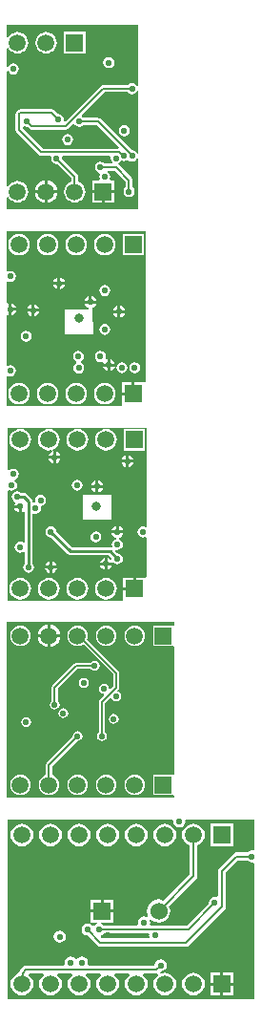
<source format=gbr>
%TF.GenerationSoftware,Altium Limited,Altium Designer,22.6.1 (34)*%
G04 Layer_Physical_Order=3*
G04 Layer_Color=16440176*
%FSLAX45Y45*%
%MOMM*%
%TF.SameCoordinates,41C29604-6FBD-4392-AD62-CF0DA8D1722B*%
%TF.FilePolarity,Positive*%
%TF.FileFunction,Copper,L3,Inr,Signal*%
%TF.Part,CustomerPanel*%
G01*
G75*
%TA.AperFunction,Conductor*%
%ADD14C,0.25400*%
%ADD19C,0.20320*%
%TA.AperFunction,ComponentPad*%
%ADD25R,1.50000X1.50000*%
%ADD26C,1.50000*%
%ADD27C,0.80000*%
%TA.AperFunction,ViaPad*%
%ADD28C,0.55880*%
%ADD29C,0.63500*%
%TA.AperFunction,ComponentPad*%
%ADD30C,1.52400*%
%ADD31R,1.52400X1.52400*%
G36*
X1035886Y7958241D02*
X1024139Y7955040D01*
X1023186Y7955230D01*
X1012853Y7970693D01*
X996890Y7981360D01*
X978060Y7985105D01*
X959230Y7981360D01*
X943267Y7970693D01*
X940783Y7966977D01*
X723266D01*
X711373Y7964612D01*
X701291Y7957875D01*
X387022Y7643605D01*
X380678Y7644402D01*
X371173Y7657806D01*
X372265Y7663300D01*
X368520Y7682130D01*
X357853Y7698093D01*
X341890Y7708760D01*
X323060Y7712505D01*
X318676Y7711633D01*
X286735Y7743575D01*
X276653Y7750312D01*
X264760Y7752677D01*
X-13497D01*
X-25390Y7750312D01*
X-35472Y7743575D01*
X-47375Y7731672D01*
X-54112Y7721590D01*
X-56477Y7709697D01*
Y7570034D01*
X-54112Y7558141D01*
X-47375Y7548059D01*
X149509Y7351175D01*
X159591Y7344438D01*
X171484Y7342073D01*
X252738D01*
X261915Y7329373D01*
X259674Y7318110D01*
X263420Y7299280D01*
X274086Y7283317D01*
X290050Y7272650D01*
X308880Y7268905D01*
X313264Y7269777D01*
X438823Y7144218D01*
Y7113401D01*
X421829Y7106362D01*
X401917Y7091083D01*
X386638Y7071171D01*
X377034Y7047983D01*
X373758Y7023100D01*
X377034Y6998217D01*
X386638Y6975029D01*
X401917Y6955117D01*
X421829Y6939838D01*
X445017Y6930234D01*
X469900Y6926958D01*
X494783Y6930234D01*
X517971Y6939838D01*
X537883Y6955117D01*
X553162Y6975029D01*
X562766Y6998217D01*
X566042Y7023100D01*
X562766Y7047983D01*
X553162Y7071171D01*
X537883Y7091083D01*
X517971Y7106362D01*
X500977Y7113401D01*
Y7157090D01*
X498612Y7168983D01*
X491875Y7179065D01*
X357213Y7313727D01*
X358085Y7318110D01*
X355845Y7329373D01*
X365022Y7342073D01*
X780237D01*
X790212Y7329373D01*
X788310Y7319810D01*
X792055Y7300980D01*
X802722Y7285017D01*
X806073Y7282777D01*
X802221Y7270077D01*
X735777D01*
X733293Y7273793D01*
X717330Y7284460D01*
X698500Y7288205D01*
X679670Y7284460D01*
X663707Y7273793D01*
X653040Y7257830D01*
X649295Y7239000D01*
X653040Y7220170D01*
X663707Y7204207D01*
X679670Y7193540D01*
X689411Y7191603D01*
X695256Y7177491D01*
X691140Y7171331D01*
X687395Y7152501D01*
X690637Y7136200D01*
X683825Y7123500D01*
X623500D01*
Y7035800D01*
X723900D01*
X824300D01*
Y7123500D01*
X789375D01*
X782563Y7136200D01*
X785805Y7152501D01*
X782060Y7171331D01*
X771393Y7187295D01*
X759528Y7195223D01*
X763381Y7207923D01*
X824643D01*
X921423Y7111143D01*
Y7060377D01*
X917707Y7057893D01*
X907040Y7041930D01*
X903295Y7023100D01*
X907040Y7004270D01*
X917707Y6988307D01*
X933670Y6977640D01*
X952500Y6973895D01*
X971330Y6977640D01*
X987293Y6988307D01*
X997960Y7004270D01*
X1001705Y7023100D01*
X997960Y7041930D01*
X987293Y7057893D01*
X983577Y7060377D01*
Y7124015D01*
X981212Y7135908D01*
X974475Y7145990D01*
X859490Y7260975D01*
X858277Y7261786D01*
X857659Y7265804D01*
X859339Y7276350D01*
X872309Y7285017D01*
X881768Y7299174D01*
X888112Y7294935D01*
X906942Y7291190D01*
X925772Y7294935D01*
X931974Y7299079D01*
X943267Y7305038D01*
X959230Y7294372D01*
X978060Y7290627D01*
X996890Y7294372D01*
X1012853Y7305038D01*
X1023186Y7320502D01*
X1024139Y7320691D01*
X1035886Y7317491D01*
Y6863514D01*
X-134186D01*
Y6972802D01*
X-121486Y6975329D01*
X-121362Y6975029D01*
X-106083Y6955117D01*
X-86171Y6939838D01*
X-62983Y6930234D01*
X-38100Y6926958D01*
X-13217Y6930234D01*
X9971Y6939838D01*
X29883Y6955117D01*
X45162Y6975029D01*
X54766Y6998217D01*
X58042Y7023100D01*
X54766Y7047983D01*
X45162Y7071171D01*
X29883Y7091083D01*
X9971Y7106362D01*
X-13217Y7115966D01*
X-38100Y7119242D01*
X-62983Y7115966D01*
X-86171Y7106362D01*
X-106083Y7091083D01*
X-121362Y7071171D01*
X-121486Y7070871D01*
X-134186Y7073398D01*
Y8089496D01*
X-121660Y8091622D01*
X-110993Y8075659D01*
X-95030Y8064992D01*
X-76200Y8061247D01*
X-57370Y8064992D01*
X-41407Y8075659D01*
X-30740Y8091622D01*
X-26995Y8110452D01*
X-30740Y8129282D01*
X-41407Y8145246D01*
X-57370Y8155912D01*
X-76200Y8159658D01*
X-95030Y8155912D01*
X-110993Y8145246D01*
X-121660Y8129282D01*
X-134186Y8131408D01*
Y8293602D01*
X-121486Y8296129D01*
X-121362Y8295829D01*
X-106083Y8275917D01*
X-86171Y8260638D01*
X-62983Y8251034D01*
X-38100Y8247758D01*
X-13217Y8251034D01*
X9971Y8260638D01*
X29883Y8275917D01*
X45162Y8295829D01*
X54766Y8319017D01*
X58042Y8343900D01*
X54766Y8368783D01*
X45162Y8391971D01*
X29883Y8411883D01*
X9971Y8427162D01*
X-13217Y8436766D01*
X-38100Y8440042D01*
X-62983Y8436766D01*
X-86171Y8427162D01*
X-106083Y8411883D01*
X-121362Y8391971D01*
X-121486Y8391671D01*
X-134186Y8394198D01*
Y8503486D01*
X1035886D01*
Y7958241D01*
D02*
G37*
G36*
Y7913559D02*
Y7362173D01*
X1024139Y7358972D01*
X1023186Y7359162D01*
X1012853Y7374625D01*
X996890Y7385292D01*
X978060Y7389037D01*
X977746Y7388975D01*
X699446Y7667275D01*
X689364Y7674012D01*
X677471Y7676377D01*
X547817D01*
X545333Y7680093D01*
X535764Y7686488D01*
X533264Y7701949D01*
X736139Y7904823D01*
X940783D01*
X943267Y7901107D01*
X959230Y7890440D01*
X978060Y7886695D01*
X996890Y7890440D01*
X1012853Y7901107D01*
X1023186Y7916570D01*
X1024139Y7916760D01*
X1035886Y7913559D01*
D02*
G37*
G36*
X469352Y7620076D02*
X475747Y7610506D01*
X491710Y7599840D01*
X510540Y7596095D01*
X529370Y7599840D01*
X545333Y7610506D01*
X547817Y7614223D01*
X664599D01*
X861894Y7416927D01*
X856634Y7404227D01*
X184357D01*
X5677Y7582906D01*
Y7598058D01*
X18377Y7604847D01*
X25870Y7599840D01*
X44700Y7596095D01*
X50367Y7597222D01*
X64804Y7582785D01*
X74886Y7576048D01*
X86778Y7573683D01*
X392126D01*
X404019Y7576048D01*
X414101Y7582785D01*
X453891Y7622576D01*
X469352Y7620076D01*
D02*
G37*
G36*
X1099386Y5342026D02*
X1091000Y5332800D01*
X1086686Y5332800D01*
X1003300D01*
Y5232400D01*
X990600D01*
Y5219700D01*
X890200D01*
Y5136314D01*
X890200Y5132000D01*
X880974Y5123614D01*
X-134186D01*
Y5384690D01*
X-122985Y5390677D01*
X-120430Y5388970D01*
X-101600Y5385224D01*
X-82770Y5388970D01*
X-66807Y5399636D01*
X-56140Y5415600D01*
X-52395Y5434430D01*
X-56140Y5453260D01*
X-66807Y5469223D01*
X-82770Y5479889D01*
X-101600Y5483635D01*
X-120430Y5479889D01*
X-122985Y5478182D01*
X-134186Y5484169D01*
Y5923141D01*
X-121486Y5929832D01*
X-115645Y5928671D01*
Y5980530D01*
Y6032388D01*
X-121486Y6031227D01*
X-134186Y6037918D01*
Y6220865D01*
X-122985Y6226852D01*
X-120430Y6225145D01*
X-101600Y6221399D01*
X-82770Y6225145D01*
X-66807Y6235811D01*
X-56140Y6251775D01*
X-52395Y6270605D01*
X-56140Y6289435D01*
X-66807Y6305398D01*
X-82770Y6316065D01*
X-101600Y6319810D01*
X-120430Y6316065D01*
X-122985Y6314357D01*
X-134186Y6320344D01*
Y6674686D01*
X1099386D01*
Y5342026D01*
D02*
G37*
G36*
X1109424Y4057104D02*
X1098223Y4051117D01*
X1095668Y4052824D01*
X1076838Y4056570D01*
X1058008Y4052824D01*
X1042045Y4042158D01*
X1031378Y4026194D01*
X1027633Y4007364D01*
X1031378Y3988534D01*
X1042045Y3972571D01*
X1058008Y3961904D01*
X1076838Y3958159D01*
X1095668Y3961904D01*
X1098223Y3963612D01*
X1109424Y3957625D01*
Y3612165D01*
X1101038Y3602939D01*
X1096724Y3602939D01*
X1013338D01*
Y3502539D01*
X1000638D01*
Y3489839D01*
X900238D01*
Y3406453D01*
X900238Y3402139D01*
X891012Y3393753D01*
X-124148D01*
Y4369701D01*
X-112947Y4375687D01*
X-110392Y4373980D01*
X-91562Y4370235D01*
X-72732Y4373980D01*
X-56769Y4384647D01*
X-46103Y4400610D01*
X-42357Y4419440D01*
X-46103Y4438270D01*
X-56769Y4454234D01*
X-64016Y4459076D01*
X-61334Y4472558D01*
X-59229Y4472977D01*
X-43266Y4483644D01*
X-32599Y4499607D01*
X-28854Y4518437D01*
X-32599Y4537267D01*
X-43266Y4553231D01*
X-59229Y4563897D01*
X-78059Y4567643D01*
X-96889Y4563897D01*
X-111448Y4554169D01*
X-117685Y4555779D01*
X-124148Y4559186D01*
Y4932125D01*
X1109424D01*
Y4057104D01*
D02*
G37*
G36*
X1358565Y3180382D02*
X1347540Y3176340D01*
X1345865Y3176340D01*
X1167060D01*
Y2995860D01*
X1345865D01*
X1347540Y2995860D01*
X1358565Y2991818D01*
Y1859582D01*
X1347540Y1855540D01*
X1345865Y1855540D01*
X1167060D01*
Y1675060D01*
X1345865D01*
X1347540Y1675060D01*
X1358565Y1671018D01*
Y1651335D01*
X-139365D01*
Y3212765D01*
X1358565Y3212765D01*
Y3180382D01*
D02*
G37*
G36*
X2069353Y1192091D02*
X2056653Y1182308D01*
X2044700Y1184686D01*
X2023888Y1180546D01*
X2006244Y1168757D01*
X2004775Y1166558D01*
X1905001D01*
X1905000Y1166558D01*
X1891125Y1163798D01*
X1879363Y1155939D01*
X1879362Y1155938D01*
X1752363Y1028939D01*
X1744503Y1017176D01*
X1741743Y1003301D01*
X1741743Y1003300D01*
Y777611D01*
X1729043Y769043D01*
X1714500Y771936D01*
X1693688Y767796D01*
X1676044Y756007D01*
X1664255Y738363D01*
X1660115Y717551D01*
X1660631Y714957D01*
X1464532Y518858D01*
X1144640D01*
X1136072Y531558D01*
X1138965Y546101D01*
X1135203Y565012D01*
X1139707Y569712D01*
X1145564Y573070D01*
X1163962Y558953D01*
X1188677Y548716D01*
X1215200Y545224D01*
X1241723Y548716D01*
X1266438Y558953D01*
X1287662Y575239D01*
X1303948Y596463D01*
X1314185Y621178D01*
X1317677Y647701D01*
X1314185Y674224D01*
X1307980Y689206D01*
X1549637Y930863D01*
X1549637Y930864D01*
X1557497Y942626D01*
X1560257Y956501D01*
Y1227147D01*
X1574633Y1233102D01*
X1595606Y1249195D01*
X1611699Y1270168D01*
X1621816Y1294591D01*
X1625266Y1320801D01*
X1621816Y1347011D01*
X1611699Y1371434D01*
X1595606Y1392407D01*
X1574633Y1408500D01*
X1550210Y1418617D01*
X1524000Y1422067D01*
X1497790Y1418617D01*
X1473367Y1408500D01*
X1452394Y1392407D01*
X1436301Y1371434D01*
X1426184Y1347011D01*
X1422734Y1320801D01*
X1426184Y1294591D01*
X1436301Y1270168D01*
X1452394Y1249195D01*
X1473367Y1233102D01*
X1487743Y1227147D01*
Y971519D01*
X1256705Y740481D01*
X1241723Y746686D01*
X1215200Y750178D01*
X1188677Y746686D01*
X1163962Y736449D01*
X1142738Y720163D01*
X1126452Y698939D01*
X1116215Y674224D01*
X1112723Y647701D01*
X1116215Y621178D01*
X1121294Y608916D01*
X1114073Y593162D01*
X1111467Y592287D01*
X1105392Y596346D01*
X1084580Y600486D01*
X1063768Y596346D01*
X1046124Y584557D01*
X1034335Y566913D01*
X1030195Y546101D01*
X1033088Y531558D01*
X1024520Y518858D01*
X725725D01*
X724256Y521057D01*
X706612Y532846D01*
X703824Y533401D01*
X705074Y546101D01*
X816800D01*
Y635001D01*
X613600D01*
Y546101D01*
X666526D01*
X667776Y533401D01*
X664988Y532846D01*
X647344Y521057D01*
X642637Y514013D01*
X627363D01*
X622656Y521057D01*
X605012Y532846D01*
X584200Y536986D01*
X563388Y532846D01*
X545744Y521057D01*
X533955Y503413D01*
X529815Y482601D01*
X533955Y461789D01*
X545744Y444145D01*
X563388Y432356D01*
X584200Y428216D01*
X586794Y428732D01*
X672862Y342664D01*
X672863Y342664D01*
X684625Y334804D01*
X698500Y332044D01*
X698501Y332044D01*
X1460499D01*
X1460500Y332044D01*
X1474375Y334804D01*
X1486137Y342664D01*
X1803637Y660164D01*
X1811497Y671926D01*
X1814257Y685801D01*
X1814257Y685802D01*
Y988283D01*
X1920018Y1094044D01*
X2004775D01*
X2006244Y1091845D01*
X2023888Y1080056D01*
X2044700Y1075916D01*
X2056653Y1078294D01*
X2069353Y1068511D01*
Y-138952D01*
X-126253Y-138953D01*
Y1459754D01*
X1338021Y1459755D01*
X1346078Y1449937D01*
X1344643Y1442721D01*
X1348783Y1421909D01*
X1360572Y1404265D01*
X1378216Y1392475D01*
X1399028Y1388336D01*
X1419840Y1392475D01*
X1437484Y1404265D01*
X1449273Y1421909D01*
X1453413Y1442721D01*
X1451978Y1449937D01*
X1460034Y1459755D01*
X2069353D01*
Y1192091D01*
D02*
G37*
G36*
X1130700Y436527D02*
X1129255Y429261D01*
X1131643Y417258D01*
X1121883Y404558D01*
X713518D01*
X698712Y419364D01*
X702398Y431518D01*
X706612Y432356D01*
X724256Y444145D01*
X725725Y446344D01*
X1122643D01*
X1130700Y436527D01*
D02*
G37*
%LPC*%
G36*
X565220Y8439220D02*
X374580D01*
Y8248580D01*
X565220D01*
Y8439220D01*
D02*
G37*
G36*
X215900Y8440042D02*
X191017Y8436766D01*
X167829Y8427162D01*
X147917Y8411883D01*
X132638Y8391971D01*
X123034Y8368783D01*
X119758Y8343900D01*
X123034Y8319017D01*
X132638Y8295829D01*
X147917Y8275917D01*
X167829Y8260638D01*
X191017Y8251034D01*
X215900Y8247758D01*
X240783Y8251034D01*
X263971Y8260638D01*
X283883Y8275917D01*
X299162Y8295829D01*
X308766Y8319017D01*
X312042Y8343900D01*
X308766Y8368783D01*
X299162Y8391971D01*
X283883Y8411883D01*
X263971Y8427162D01*
X240783Y8436766D01*
X215900Y8440042D01*
D02*
G37*
G36*
X773100Y8215305D02*
X754270Y8211560D01*
X738307Y8200893D01*
X727640Y8184930D01*
X723895Y8166100D01*
X727640Y8147270D01*
X738307Y8131307D01*
X754270Y8120640D01*
X773100Y8116895D01*
X791930Y8120640D01*
X807893Y8131307D01*
X818560Y8147270D01*
X822305Y8166100D01*
X818560Y8184930D01*
X807893Y8200893D01*
X791930Y8211560D01*
X773100Y8215305D01*
D02*
G37*
G36*
X228600Y7122694D02*
Y7035800D01*
X315494D01*
X313716Y7049310D01*
X303599Y7073733D01*
X287506Y7094706D01*
X266533Y7110799D01*
X242110Y7120916D01*
X228600Y7122694D01*
D02*
G37*
G36*
X203200D02*
X189690Y7120916D01*
X165267Y7110799D01*
X144294Y7094706D01*
X128201Y7073733D01*
X118084Y7049310D01*
X116306Y7035800D01*
X203200D01*
Y7122694D01*
D02*
G37*
G36*
X315494Y7010400D02*
X228600D01*
Y6923506D01*
X242110Y6925284D01*
X266533Y6935401D01*
X287506Y6951494D01*
X303599Y6972467D01*
X313716Y6996890D01*
X315494Y7010400D01*
D02*
G37*
G36*
X203200D02*
X116306D01*
X118084Y6996890D01*
X128201Y6972467D01*
X144294Y6951494D01*
X165267Y6935401D01*
X189690Y6925284D01*
X203200Y6923506D01*
Y7010400D01*
D02*
G37*
G36*
X824300D02*
X736600D01*
Y6922700D01*
X824300D01*
Y7010400D01*
D02*
G37*
G36*
X711200D02*
X623500D01*
Y6922700D01*
X711200D01*
Y7010400D01*
D02*
G37*
G36*
X909292Y7612195D02*
X890462Y7608450D01*
X874498Y7597783D01*
X863832Y7581820D01*
X860086Y7562990D01*
X863832Y7544160D01*
X874498Y7528197D01*
X890462Y7517530D01*
X909292Y7513785D01*
X928122Y7517530D01*
X944085Y7528197D01*
X954751Y7544160D01*
X958497Y7562990D01*
X954751Y7581820D01*
X944085Y7597783D01*
X928122Y7608450D01*
X909292Y7612195D01*
D02*
G37*
G36*
X405896Y7532877D02*
X387066Y7529132D01*
X371102Y7518466D01*
X360436Y7502502D01*
X356690Y7483672D01*
X360436Y7464842D01*
X371102Y7448879D01*
X387066Y7438212D01*
X405896Y7434467D01*
X424726Y7438212D01*
X440689Y7448879D01*
X451355Y7464842D01*
X455101Y7483672D01*
X451355Y7502502D01*
X440689Y7518466D01*
X424726Y7529132D01*
X405896Y7532877D01*
D02*
G37*
G36*
X1085920Y6648520D02*
X895280D01*
Y6457880D01*
X1085920D01*
Y6648520D01*
D02*
G37*
G36*
X736600Y6649342D02*
X711717Y6646066D01*
X688529Y6636462D01*
X668617Y6621183D01*
X653338Y6601271D01*
X643734Y6578083D01*
X640458Y6553200D01*
X643734Y6528317D01*
X653338Y6505129D01*
X668617Y6485217D01*
X688529Y6469938D01*
X711717Y6460334D01*
X736600Y6457058D01*
X761483Y6460334D01*
X784671Y6469938D01*
X804583Y6485217D01*
X819862Y6505129D01*
X829466Y6528317D01*
X832742Y6553200D01*
X829466Y6578083D01*
X819862Y6601271D01*
X804583Y6621183D01*
X784671Y6636462D01*
X761483Y6646066D01*
X736600Y6649342D01*
D02*
G37*
G36*
X482600D02*
X457717Y6646066D01*
X434529Y6636462D01*
X414617Y6621183D01*
X399338Y6601271D01*
X389734Y6578083D01*
X386458Y6553200D01*
X389734Y6528317D01*
X399338Y6505129D01*
X414617Y6485217D01*
X434529Y6469938D01*
X457717Y6460334D01*
X482600Y6457058D01*
X507483Y6460334D01*
X530671Y6469938D01*
X550583Y6485217D01*
X565862Y6505129D01*
X575466Y6528317D01*
X578742Y6553200D01*
X575466Y6578083D01*
X565862Y6601271D01*
X550583Y6621183D01*
X530671Y6636462D01*
X507483Y6646066D01*
X482600Y6649342D01*
D02*
G37*
G36*
X228600D02*
X203717Y6646066D01*
X180529Y6636462D01*
X160617Y6621183D01*
X145338Y6601271D01*
X135734Y6578083D01*
X132458Y6553200D01*
X135734Y6528317D01*
X145338Y6505129D01*
X160617Y6485217D01*
X180529Y6469938D01*
X203717Y6460334D01*
X228600Y6457058D01*
X253483Y6460334D01*
X276671Y6469938D01*
X296583Y6485217D01*
X311862Y6505129D01*
X321466Y6528317D01*
X324742Y6553200D01*
X321466Y6578083D01*
X311862Y6601271D01*
X296583Y6621183D01*
X276671Y6636462D01*
X253483Y6646066D01*
X228600Y6649342D01*
D02*
G37*
G36*
X-25400D02*
X-50283Y6646066D01*
X-73471Y6636462D01*
X-93383Y6621183D01*
X-108662Y6601271D01*
X-118266Y6578083D01*
X-121542Y6553200D01*
X-118266Y6528317D01*
X-108662Y6505129D01*
X-93383Y6485217D01*
X-73471Y6469938D01*
X-50283Y6460334D01*
X-25400Y6457058D01*
X-517Y6460334D01*
X22671Y6469938D01*
X42583Y6485217D01*
X57862Y6505129D01*
X67466Y6528317D01*
X70742Y6553200D01*
X67466Y6578083D01*
X57862Y6601271D01*
X42583Y6621183D01*
X22671Y6636462D01*
X-517Y6646066D01*
X-25400Y6649342D01*
D02*
G37*
G36*
X342900Y6262159D02*
Y6223000D01*
X382059D01*
X380445Y6231112D01*
X368656Y6248756D01*
X351012Y6260545D01*
X342900Y6262159D01*
D02*
G37*
G36*
X317500D02*
X309388Y6260545D01*
X291744Y6248756D01*
X279955Y6231112D01*
X278341Y6223000D01*
X317500D01*
Y6262159D01*
D02*
G37*
G36*
X382059Y6197600D02*
X342900D01*
Y6158441D01*
X351012Y6160055D01*
X368656Y6171844D01*
X380445Y6189488D01*
X382059Y6197600D01*
D02*
G37*
G36*
X317500D02*
X278341D01*
X279955Y6189488D01*
X291744Y6171844D01*
X309388Y6160055D01*
X317500Y6158441D01*
Y6197600D01*
D02*
G37*
G36*
X736600Y6194405D02*
X717770Y6190660D01*
X701807Y6179993D01*
X691140Y6164030D01*
X687395Y6145200D01*
X691140Y6126370D01*
X701807Y6110406D01*
X717770Y6099740D01*
X736600Y6095994D01*
X755430Y6099740D01*
X771393Y6110406D01*
X782060Y6126370D01*
X785805Y6145200D01*
X782060Y6164030D01*
X771393Y6179993D01*
X755430Y6190660D01*
X736600Y6194405D01*
D02*
G37*
G36*
X622300Y6097059D02*
Y6057900D01*
X661459D01*
X659845Y6066012D01*
X648056Y6083656D01*
X630412Y6095445D01*
X622300Y6097059D01*
D02*
G37*
G36*
X596900D02*
X588788Y6095445D01*
X571144Y6083656D01*
X559355Y6066012D01*
X557741Y6057900D01*
X596900D01*
Y6097059D01*
D02*
G37*
G36*
X-90245Y6032388D02*
Y5993230D01*
X-51086D01*
X-52700Y6001342D01*
X-64489Y6018985D01*
X-82133Y6030775D01*
X-90245Y6032388D01*
D02*
G37*
G36*
X113272Y6023813D02*
Y5984654D01*
X152430D01*
X150817Y5992766D01*
X139027Y6010410D01*
X121384Y6022199D01*
X113272Y6023813D01*
D02*
G37*
G36*
X87872D02*
X79759Y6022199D01*
X62116Y6010410D01*
X50326Y5992766D01*
X48713Y5984654D01*
X87872D01*
Y6023813D01*
D02*
G37*
G36*
X876300Y6010484D02*
Y5971325D01*
X915459D01*
X913845Y5979437D01*
X902056Y5997081D01*
X884412Y6008870D01*
X876300Y6010484D01*
D02*
G37*
G36*
X850900D02*
X842788Y6008870D01*
X825144Y5997081D01*
X813355Y5979437D01*
X811741Y5971325D01*
X850900D01*
Y6010484D01*
D02*
G37*
G36*
X-51086Y5967830D02*
X-90245D01*
Y5928671D01*
X-82133Y5930284D01*
X-64489Y5942074D01*
X-52700Y5959717D01*
X-51086Y5967830D01*
D02*
G37*
G36*
X152430Y5959254D02*
X113272D01*
Y5920095D01*
X121384Y5921709D01*
X139027Y5933498D01*
X150817Y5951142D01*
X152430Y5959254D01*
D02*
G37*
G36*
X87872D02*
X48713D01*
X50326Y5951142D01*
X62116Y5933498D01*
X79759Y5921709D01*
X87872Y5920095D01*
Y5959254D01*
D02*
G37*
G36*
X915459Y5945925D02*
X876300D01*
Y5906766D01*
X884412Y5908380D01*
X902056Y5920169D01*
X913845Y5937813D01*
X915459Y5945925D01*
D02*
G37*
G36*
X850900D02*
X811741D01*
X813355Y5937813D01*
X825144Y5920169D01*
X842788Y5908380D01*
X850900Y5906766D01*
Y5945925D01*
D02*
G37*
G36*
X661459Y6032500D02*
X557741D01*
X559355Y6024388D01*
X571144Y6006744D01*
X588788Y5994955D01*
X592679Y5994181D01*
X591428Y5981481D01*
X377542Y5981480D01*
X377542Y5759231D01*
X632516Y5759229D01*
X630622Y5981481D01*
X627772D01*
X626521Y5994181D01*
X630412Y5994955D01*
X648056Y6006744D01*
X659845Y6024388D01*
X661459Y6032500D01*
D02*
G37*
G36*
X736498Y5851505D02*
X717668Y5847760D01*
X701705Y5837093D01*
X691038Y5821130D01*
X687293Y5802300D01*
X691038Y5783470D01*
X701705Y5767507D01*
X717668Y5756840D01*
X736498Y5753095D01*
X755328Y5756840D01*
X771292Y5767507D01*
X781958Y5783470D01*
X785704Y5802300D01*
X781958Y5821130D01*
X771292Y5837093D01*
X755328Y5847760D01*
X736498Y5851505D01*
D02*
G37*
G36*
X38100Y5789605D02*
X19270Y5785860D01*
X3307Y5775193D01*
X-7360Y5759230D01*
X-11105Y5740400D01*
X-7360Y5721570D01*
X3307Y5705607D01*
X19270Y5694940D01*
X38100Y5691195D01*
X56930Y5694940D01*
X72893Y5705607D01*
X83560Y5721570D01*
X87305Y5740400D01*
X83560Y5759230D01*
X72893Y5775193D01*
X56930Y5785860D01*
X38100Y5789605D01*
D02*
G37*
G36*
X787400Y5538259D02*
Y5499100D01*
X826559D01*
X824945Y5507212D01*
X813156Y5524856D01*
X795512Y5536645D01*
X787400Y5538259D01*
D02*
G37*
G36*
X698500Y5611006D02*
X679670Y5607260D01*
X663707Y5596594D01*
X653040Y5580630D01*
X649295Y5561800D01*
X653040Y5542970D01*
X663707Y5527007D01*
X679670Y5516340D01*
X698500Y5512595D01*
X714965Y5515870D01*
X721436Y5509967D01*
X724161Y5505736D01*
X722841Y5499100D01*
X762000D01*
Y5538259D01*
X754697Y5536806D01*
X751994Y5538358D01*
X744491Y5545641D01*
X747705Y5561800D01*
X743960Y5580630D01*
X733293Y5596594D01*
X717330Y5607260D01*
X698500Y5611006D01*
D02*
G37*
G36*
X826559Y5473700D02*
X787400D01*
Y5434541D01*
X795512Y5436155D01*
X813156Y5447944D01*
X824945Y5465588D01*
X826559Y5473700D01*
D02*
G37*
G36*
X762000D02*
X722841D01*
X724455Y5465588D01*
X736244Y5447944D01*
X753888Y5436155D01*
X762000Y5434541D01*
Y5473700D01*
D02*
G37*
G36*
X1003300Y5511005D02*
X984470Y5507260D01*
X968507Y5496594D01*
X957840Y5480630D01*
X954095Y5461800D01*
X957840Y5442970D01*
X968507Y5427007D01*
X984470Y5416340D01*
X1003300Y5412595D01*
X1022130Y5416340D01*
X1038093Y5427007D01*
X1048760Y5442970D01*
X1052505Y5461800D01*
X1048760Y5480630D01*
X1038093Y5496594D01*
X1022130Y5507260D01*
X1003300Y5511005D01*
D02*
G37*
G36*
X889000D02*
X870170Y5507260D01*
X854207Y5496594D01*
X843540Y5480630D01*
X839795Y5461800D01*
X843540Y5442970D01*
X854207Y5427007D01*
X870170Y5416340D01*
X889000Y5412595D01*
X907830Y5416340D01*
X923793Y5427007D01*
X934460Y5442970D01*
X938205Y5461800D01*
X934460Y5480630D01*
X923793Y5496594D01*
X907830Y5507260D01*
X889000Y5511005D01*
D02*
G37*
G36*
X502608Y5611805D02*
X483778Y5608060D01*
X467815Y5597393D01*
X457148Y5581430D01*
X453403Y5562600D01*
X457148Y5543770D01*
X467815Y5527807D01*
X482913Y5517718D01*
X483780Y5514576D01*
X483787Y5504189D01*
X470236Y5495135D01*
X459569Y5479172D01*
X455824Y5460342D01*
X459569Y5441512D01*
X470236Y5425548D01*
X486199Y5414882D01*
X505029Y5411136D01*
X523859Y5414882D01*
X539823Y5425548D01*
X550489Y5441512D01*
X554235Y5460342D01*
X550489Y5479172D01*
X539823Y5495135D01*
X524724Y5505224D01*
X523858Y5508365D01*
X523851Y5518752D01*
X537402Y5527807D01*
X548068Y5543770D01*
X551813Y5562600D01*
X548068Y5581430D01*
X537402Y5597393D01*
X521438Y5608060D01*
X502608Y5611805D01*
D02*
G37*
G36*
X977900Y5332800D02*
X890200D01*
Y5245100D01*
X977900D01*
Y5332800D01*
D02*
G37*
G36*
X736600Y5328542D02*
X711717Y5325266D01*
X688529Y5315662D01*
X668617Y5300383D01*
X653338Y5280471D01*
X643734Y5257283D01*
X640458Y5232400D01*
X643734Y5207517D01*
X653338Y5184329D01*
X668617Y5164417D01*
X688529Y5149138D01*
X711717Y5139534D01*
X736600Y5136258D01*
X761483Y5139534D01*
X784671Y5149138D01*
X804583Y5164417D01*
X819862Y5184329D01*
X829466Y5207517D01*
X832742Y5232400D01*
X829466Y5257283D01*
X819862Y5280471D01*
X804583Y5300383D01*
X784671Y5315662D01*
X761483Y5325266D01*
X736600Y5328542D01*
D02*
G37*
G36*
X482600D02*
X457717Y5325266D01*
X434529Y5315662D01*
X414617Y5300383D01*
X399338Y5280471D01*
X389734Y5257283D01*
X386458Y5232400D01*
X389734Y5207517D01*
X399338Y5184329D01*
X414617Y5164417D01*
X434529Y5149138D01*
X457717Y5139534D01*
X482600Y5136258D01*
X507483Y5139534D01*
X530671Y5149138D01*
X550583Y5164417D01*
X565862Y5184329D01*
X575466Y5207517D01*
X578742Y5232400D01*
X575466Y5257283D01*
X565862Y5280471D01*
X550583Y5300383D01*
X530671Y5315662D01*
X507483Y5325266D01*
X482600Y5328542D01*
D02*
G37*
G36*
X228600D02*
X203717Y5325266D01*
X180529Y5315662D01*
X160617Y5300383D01*
X145338Y5280471D01*
X135734Y5257283D01*
X132458Y5232400D01*
X135734Y5207517D01*
X145338Y5184329D01*
X160617Y5164417D01*
X180529Y5149138D01*
X203717Y5139534D01*
X228600Y5136258D01*
X253483Y5139534D01*
X276671Y5149138D01*
X296583Y5164417D01*
X311862Y5184329D01*
X321466Y5207517D01*
X324742Y5232400D01*
X321466Y5257283D01*
X311862Y5280471D01*
X296583Y5300383D01*
X276671Y5315662D01*
X253483Y5325266D01*
X228600Y5328542D01*
D02*
G37*
G36*
X-25400D02*
X-50283Y5325266D01*
X-73471Y5315662D01*
X-93383Y5300383D01*
X-108662Y5280471D01*
X-118266Y5257283D01*
X-121542Y5232400D01*
X-118266Y5207517D01*
X-108662Y5184329D01*
X-93383Y5164417D01*
X-73471Y5149138D01*
X-50283Y5139534D01*
X-25400Y5136258D01*
X-517Y5139534D01*
X22671Y5149138D01*
X42583Y5164417D01*
X57862Y5184329D01*
X67466Y5207517D01*
X70742Y5232400D01*
X67466Y5257283D01*
X57862Y5280471D01*
X42583Y5300383D01*
X22671Y5315662D01*
X-517Y5325266D01*
X-25400Y5328542D01*
D02*
G37*
G36*
X1095958Y4918659D02*
X905318D01*
Y4728019D01*
X1095958D01*
Y4918659D01*
D02*
G37*
G36*
X746638Y4919481D02*
X721755Y4916205D01*
X698567Y4906601D01*
X678655Y4891322D01*
X663376Y4871410D01*
X653772Y4848222D01*
X650496Y4823339D01*
X653772Y4798455D01*
X663376Y4775268D01*
X678655Y4755356D01*
X698567Y4740077D01*
X721755Y4730473D01*
X746638Y4727197D01*
X771521Y4730473D01*
X794709Y4740077D01*
X814621Y4755356D01*
X829900Y4775268D01*
X839504Y4798455D01*
X842780Y4823339D01*
X839504Y4848222D01*
X829900Y4871410D01*
X814621Y4891322D01*
X794709Y4906601D01*
X771521Y4916205D01*
X746638Y4919481D01*
D02*
G37*
G36*
X492638D02*
X467755Y4916205D01*
X444567Y4906601D01*
X424655Y4891322D01*
X409376Y4871410D01*
X399772Y4848222D01*
X396496Y4823339D01*
X399772Y4798455D01*
X409376Y4775268D01*
X424655Y4755356D01*
X444567Y4740077D01*
X467755Y4730473D01*
X492638Y4727197D01*
X517521Y4730473D01*
X540709Y4740077D01*
X560621Y4755356D01*
X575900Y4775268D01*
X585504Y4798455D01*
X588780Y4823339D01*
X585504Y4848222D01*
X575900Y4871410D01*
X560621Y4891322D01*
X540709Y4906601D01*
X517521Y4916205D01*
X492638Y4919481D01*
D02*
G37*
G36*
X-15362D02*
X-40245Y4916205D01*
X-63433Y4906601D01*
X-83345Y4891322D01*
X-98624Y4871410D01*
X-108228Y4848222D01*
X-111504Y4823339D01*
X-108228Y4798455D01*
X-98624Y4775268D01*
X-83345Y4755356D01*
X-63433Y4740077D01*
X-40245Y4730473D01*
X-15362Y4727197D01*
X9521Y4730473D01*
X32709Y4740077D01*
X52621Y4755356D01*
X67900Y4775268D01*
X77504Y4798455D01*
X80780Y4823339D01*
X77504Y4848222D01*
X67900Y4871410D01*
X52621Y4891322D01*
X32709Y4906601D01*
X9521Y4916205D01*
X-15362Y4919481D01*
D02*
G37*
G36*
X301258Y4720851D02*
Y4681692D01*
X340417D01*
X338804Y4689804D01*
X327014Y4707448D01*
X309371Y4719237D01*
X301258Y4720851D01*
D02*
G37*
G36*
X238638Y4919481D02*
X213755Y4916205D01*
X190567Y4906601D01*
X170655Y4891322D01*
X155376Y4871410D01*
X145772Y4848222D01*
X142496Y4823339D01*
X145772Y4798455D01*
X155376Y4775268D01*
X170655Y4755356D01*
X190567Y4740077D01*
X213755Y4730473D01*
X238638Y4727197D01*
X255518Y4729419D01*
X263521Y4730472D01*
X267745Y4719237D01*
X260600Y4714462D01*
X250103Y4707448D01*
X238313Y4689804D01*
X236700Y4681692D01*
X275858D01*
Y4720851D01*
X271282Y4719941D01*
X267578Y4732153D01*
X275102Y4735270D01*
X286709Y4740077D01*
X306621Y4755356D01*
X321900Y4775268D01*
X331504Y4798455D01*
X334780Y4823339D01*
X331504Y4848222D01*
X321900Y4871410D01*
X306621Y4891322D01*
X286709Y4906601D01*
X263521Y4916205D01*
X238638Y4919481D01*
D02*
G37*
G36*
X950638Y4684698D02*
Y4645539D01*
X989797D01*
X988183Y4653651D01*
X976394Y4671295D01*
X958750Y4683084D01*
X950638Y4684698D01*
D02*
G37*
G36*
X925238D02*
X917126Y4683084D01*
X899482Y4671295D01*
X887693Y4653651D01*
X886079Y4645539D01*
X925238D01*
Y4684698D01*
D02*
G37*
G36*
X340417Y4656292D02*
X301258D01*
Y4617133D01*
X309371Y4618747D01*
X327014Y4630536D01*
X338804Y4648180D01*
X340417Y4656292D01*
D02*
G37*
G36*
X275858D02*
X236700D01*
X238313Y4648180D01*
X250103Y4630536D01*
X267746Y4618747D01*
X275858Y4617133D01*
Y4656292D01*
D02*
G37*
G36*
X989797Y4620139D02*
X950638D01*
Y4580980D01*
X958750Y4582594D01*
X976394Y4594383D01*
X988183Y4612027D01*
X989797Y4620139D01*
D02*
G37*
G36*
X925238D02*
X886079D01*
X887693Y4612027D01*
X899482Y4594383D01*
X917126Y4582594D01*
X925238Y4580980D01*
Y4620139D01*
D02*
G37*
G36*
X681359Y4463118D02*
Y4423959D01*
X720518D01*
X718904Y4432071D01*
X707115Y4449715D01*
X689471Y4461504D01*
X681359Y4463118D01*
D02*
G37*
G36*
X655959D02*
X647847Y4461504D01*
X630203Y4449715D01*
X618414Y4432071D01*
X616800Y4423959D01*
X655959D01*
Y4463118D01*
D02*
G37*
G36*
X491884Y4468646D02*
X473054Y4464900D01*
X457090Y4454234D01*
X446424Y4438270D01*
X442678Y4419440D01*
X446424Y4400610D01*
X457090Y4384647D01*
X473054Y4373980D01*
X491884Y4370235D01*
X510714Y4373980D01*
X526677Y4384647D01*
X537344Y4400610D01*
X541089Y4419440D01*
X537344Y4438270D01*
X526677Y4454234D01*
X510714Y4464900D01*
X491884Y4468646D01*
D02*
G37*
G36*
X720518Y4398559D02*
X681359D01*
Y4359400D01*
X689471Y4361014D01*
X707115Y4372803D01*
X718904Y4390447D01*
X720518Y4398559D01*
D02*
G37*
G36*
X655959D02*
X616800D01*
X618414Y4390447D01*
X630203Y4372803D01*
X647847Y4361014D01*
X655959Y4359400D01*
Y4398559D01*
D02*
G37*
G36*
X-28062Y4218716D02*
X-67221D01*
X-65607Y4210604D01*
X-53818Y4192961D01*
X-36174Y4181171D01*
X-28062Y4179558D01*
Y4218716D01*
D02*
G37*
G36*
X-40762Y4368641D02*
X-59592Y4364895D01*
X-75555Y4354229D01*
X-86222Y4338265D01*
X-89967Y4319435D01*
X-86222Y4300605D01*
X-75555Y4284642D01*
X-64194Y4277051D01*
X-59689Y4263587D01*
X-59713Y4261050D01*
X-65607Y4252229D01*
X-67221Y4244116D01*
X-15362D01*
Y4231416D01*
X-2662D01*
Y4179558D01*
X5450Y4181171D01*
X12971Y4186196D01*
X25671Y4179408D01*
Y3916839D01*
X12971Y3910051D01*
X3468Y3916400D01*
X-15362Y3920146D01*
X-34192Y3916400D01*
X-50155Y3905734D01*
X-60822Y3889770D01*
X-64567Y3870940D01*
X-60822Y3852110D01*
X-50155Y3836147D01*
X-34192Y3825481D01*
X-15362Y3821735D01*
X3468Y3825481D01*
X12971Y3831830D01*
X25671Y3825042D01*
Y3729382D01*
X24545Y3728630D01*
X13878Y3712666D01*
X10133Y3693836D01*
X13878Y3675006D01*
X24545Y3659043D01*
X40508Y3648376D01*
X59338Y3644631D01*
X78168Y3648376D01*
X94131Y3659043D01*
X104798Y3675006D01*
X108543Y3693836D01*
X104798Y3712666D01*
X94131Y3728630D01*
X93005Y3729382D01*
Y4167497D01*
X95060Y4168595D01*
X105705Y4172936D01*
X122695Y4169557D01*
X141525Y4173302D01*
X157489Y4183969D01*
X168155Y4199932D01*
X171901Y4218762D01*
X170620Y4225198D01*
X180573Y4240127D01*
X184288Y4240866D01*
X200252Y4251532D01*
X210918Y4267495D01*
X214664Y4286325D01*
X210918Y4305155D01*
X200252Y4321119D01*
X184288Y4331785D01*
X165458Y4335531D01*
X146628Y4331785D01*
X130665Y4321119D01*
X119998Y4305155D01*
X116253Y4286325D01*
X117533Y4279889D01*
X107580Y4264961D01*
X105705Y4264588D01*
X95060Y4268928D01*
X93005Y4270027D01*
Y4278739D01*
X90442Y4291623D01*
X83144Y4302545D01*
X42448Y4343242D01*
X31525Y4350539D01*
X18642Y4353102D01*
X-5216D01*
X-5968Y4354229D01*
X-21932Y4364895D01*
X-40762Y4368641D01*
D02*
G37*
G36*
X796560Y4337565D02*
X543481Y4337564D01*
X543481Y4115314D01*
X798455Y4115313D01*
X796560Y4337565D01*
D02*
G37*
G36*
X860938Y4059223D02*
Y4020064D01*
X900097D01*
X898483Y4028177D01*
X886694Y4045820D01*
X869050Y4057610D01*
X860938Y4059223D01*
D02*
G37*
G36*
X835538D02*
X827426Y4057610D01*
X809782Y4045820D01*
X797993Y4028177D01*
X796379Y4020064D01*
X835538D01*
Y4059223D01*
D02*
G37*
G36*
X657636Y4011123D02*
X638806Y4007378D01*
X622843Y3996711D01*
X612177Y3980748D01*
X608431Y3961918D01*
X612177Y3943088D01*
X622843Y3927124D01*
X638806Y3916458D01*
X657636Y3912713D01*
X676467Y3916458D01*
X692430Y3927124D01*
X703096Y3943088D01*
X706842Y3961918D01*
X703096Y3980748D01*
X692430Y3996711D01*
X676467Y4007378D01*
X657636Y4011123D01*
D02*
G37*
G36*
X257964Y4056570D02*
X239134Y4052824D01*
X223171Y4042158D01*
X212504Y4026194D01*
X208759Y4007364D01*
X212504Y3988534D01*
X223171Y3972571D01*
X239134Y3961904D01*
X257964Y3958159D01*
X259293Y3958423D01*
X408784Y3808933D01*
X419706Y3801635D01*
X432590Y3799072D01*
X770793D01*
X797507Y3772357D01*
X797125Y3766044D01*
X789234Y3762860D01*
X784145Y3761823D01*
X767450Y3772979D01*
X759338Y3774593D01*
Y3735434D01*
X803993D01*
X810878Y3738286D01*
X813445Y3734445D01*
X829408Y3723779D01*
X848238Y3720033D01*
X867068Y3723779D01*
X883032Y3734445D01*
X893698Y3750409D01*
X897443Y3769239D01*
X893698Y3788069D01*
X883032Y3804032D01*
X867068Y3814699D01*
X848238Y3818444D01*
X846909Y3818180D01*
X826436Y3838653D01*
X832982Y3850068D01*
X848238Y3847033D01*
X867068Y3850779D01*
X883032Y3861445D01*
X893698Y3877409D01*
X897443Y3896239D01*
X893698Y3915069D01*
X883032Y3931032D01*
X867068Y3941699D01*
X861847Y3942737D01*
Y3955686D01*
X869050Y3957119D01*
X886694Y3968908D01*
X898483Y3986552D01*
X900097Y3994664D01*
X796379D01*
X797993Y3986552D01*
X809782Y3968908D01*
X827426Y3957119D01*
X834630Y3955686D01*
Y3942737D01*
X829408Y3941699D01*
X813445Y3931032D01*
X802778Y3915069D01*
X799033Y3896239D01*
X802778Y3877409D01*
X804875Y3874271D01*
X799621Y3866717D01*
X796407Y3864085D01*
X784738Y3866406D01*
X446535D01*
X306905Y4006036D01*
X307170Y4007364D01*
X303424Y4026194D01*
X292758Y4042158D01*
X276794Y4052824D01*
X257964Y4056570D01*
D02*
G37*
G36*
X733938Y3774593D02*
X725826Y3772979D01*
X708182Y3761190D01*
X696393Y3743546D01*
X694779Y3735434D01*
X733938D01*
Y3774593D01*
D02*
G37*
G36*
X270664Y3745695D02*
Y3706536D01*
X309823D01*
X308209Y3714649D01*
X296420Y3732292D01*
X278776Y3744082D01*
X270664Y3745695D01*
D02*
G37*
G36*
X245264D02*
X237152Y3744082D01*
X219508Y3732292D01*
X207719Y3714649D01*
X206105Y3706536D01*
X245264D01*
Y3745695D01*
D02*
G37*
G36*
X798497Y3710034D02*
X759338D01*
Y3670875D01*
X767450Y3672488D01*
X785094Y3684278D01*
X796883Y3701921D01*
X798497Y3710034D01*
D02*
G37*
G36*
X733938D02*
X694779D01*
X696393Y3701921D01*
X708182Y3684278D01*
X725826Y3672488D01*
X733938Y3670875D01*
Y3710034D01*
D02*
G37*
G36*
X309823Y3681136D02*
X270664D01*
Y3641977D01*
X278776Y3643591D01*
X296420Y3655381D01*
X308209Y3673024D01*
X309823Y3681136D01*
D02*
G37*
G36*
X245264D02*
X206105D01*
X207719Y3673024D01*
X219508Y3655381D01*
X237152Y3643591D01*
X245264Y3641977D01*
Y3681136D01*
D02*
G37*
G36*
X987938Y3602939D02*
X900238D01*
Y3515239D01*
X987938D01*
Y3602939D01*
D02*
G37*
G36*
X746638Y3598681D02*
X721755Y3595405D01*
X698567Y3585801D01*
X678655Y3570522D01*
X663376Y3550610D01*
X653772Y3527422D01*
X650496Y3502539D01*
X653772Y3477655D01*
X663376Y3454468D01*
X678655Y3434556D01*
X698567Y3419277D01*
X721755Y3409673D01*
X746638Y3406397D01*
X771521Y3409673D01*
X794709Y3419277D01*
X814621Y3434556D01*
X829900Y3454468D01*
X839504Y3477655D01*
X842780Y3502539D01*
X839504Y3527422D01*
X829900Y3550610D01*
X814621Y3570522D01*
X794709Y3585801D01*
X771521Y3595405D01*
X746638Y3598681D01*
D02*
G37*
G36*
X492638D02*
X467755Y3595405D01*
X444567Y3585801D01*
X424655Y3570522D01*
X409376Y3550610D01*
X399772Y3527422D01*
X396496Y3502539D01*
X399772Y3477655D01*
X409376Y3454468D01*
X424655Y3434556D01*
X444567Y3419277D01*
X467755Y3409673D01*
X492638Y3406397D01*
X517521Y3409673D01*
X540709Y3419277D01*
X560621Y3434556D01*
X575900Y3454468D01*
X585504Y3477655D01*
X588780Y3502539D01*
X585504Y3527422D01*
X575900Y3550610D01*
X560621Y3570522D01*
X540709Y3585801D01*
X517521Y3595405D01*
X492638Y3598681D01*
D02*
G37*
G36*
X238638D02*
X213755Y3595405D01*
X190567Y3585801D01*
X170655Y3570522D01*
X155376Y3550610D01*
X145772Y3527422D01*
X142496Y3502539D01*
X145772Y3477655D01*
X155376Y3454468D01*
X170655Y3434556D01*
X190567Y3419277D01*
X213755Y3409673D01*
X238638Y3406397D01*
X263521Y3409673D01*
X286709Y3419277D01*
X306621Y3434556D01*
X321900Y3454468D01*
X331504Y3477655D01*
X334780Y3502539D01*
X331504Y3527422D01*
X321900Y3550610D01*
X306621Y3570522D01*
X286709Y3585801D01*
X263521Y3595405D01*
X238638Y3598681D01*
D02*
G37*
G36*
X-15362D02*
X-40245Y3595405D01*
X-63433Y3585801D01*
X-83345Y3570522D01*
X-98624Y3550610D01*
X-108228Y3527422D01*
X-111504Y3502539D01*
X-108228Y3477655D01*
X-98624Y3454468D01*
X-83345Y3434556D01*
X-63433Y3419277D01*
X-40245Y3409673D01*
X-15362Y3406397D01*
X9521Y3409673D01*
X32709Y3419277D01*
X52621Y3434556D01*
X67900Y3454468D01*
X77504Y3477655D01*
X80780Y3502539D01*
X77504Y3527422D01*
X67900Y3550610D01*
X52621Y3570522D01*
X32709Y3585801D01*
X9521Y3595405D01*
X-15362Y3598681D01*
D02*
G37*
G36*
X254000Y3185694D02*
Y3098800D01*
X340894D01*
X339116Y3112310D01*
X328999Y3136733D01*
X312906Y3157706D01*
X291933Y3173799D01*
X267510Y3183916D01*
X254000Y3185694D01*
D02*
G37*
G36*
X228600D02*
X215090Y3183916D01*
X190667Y3173799D01*
X169694Y3157706D01*
X153601Y3136733D01*
X143484Y3112310D01*
X141706Y3098800D01*
X228600D01*
Y3185694D01*
D02*
G37*
G36*
X1003300Y3177119D02*
X979743Y3174017D01*
X957791Y3164924D01*
X938940Y3150460D01*
X924476Y3131609D01*
X915383Y3109657D01*
X912281Y3086100D01*
X915383Y3062543D01*
X924476Y3040591D01*
X938940Y3021740D01*
X957791Y3007276D01*
X979743Y2998183D01*
X1003300Y2995081D01*
X1026857Y2998183D01*
X1048809Y3007276D01*
X1067660Y3021740D01*
X1082124Y3040591D01*
X1091217Y3062543D01*
X1094319Y3086100D01*
X1091217Y3109657D01*
X1082124Y3131609D01*
X1067660Y3150460D01*
X1048809Y3164924D01*
X1026857Y3174017D01*
X1003300Y3177119D01*
D02*
G37*
G36*
X749300D02*
X725743Y3174017D01*
X703791Y3164924D01*
X684940Y3150460D01*
X670476Y3131609D01*
X661383Y3109657D01*
X658281Y3086100D01*
X661383Y3062543D01*
X670476Y3040591D01*
X684940Y3021740D01*
X703791Y3007276D01*
X725743Y2998183D01*
X749300Y2995081D01*
X772857Y2998183D01*
X794809Y3007276D01*
X813660Y3021740D01*
X828124Y3040591D01*
X837217Y3062543D01*
X840319Y3086100D01*
X837217Y3109657D01*
X828124Y3131609D01*
X813660Y3150460D01*
X794809Y3164924D01*
X772857Y3174017D01*
X749300Y3177119D01*
D02*
G37*
G36*
X-12700D02*
X-36257Y3174017D01*
X-58209Y3164924D01*
X-77060Y3150460D01*
X-91524Y3131609D01*
X-100617Y3109657D01*
X-103719Y3086100D01*
X-100617Y3062543D01*
X-91524Y3040591D01*
X-77060Y3021740D01*
X-58209Y3007276D01*
X-36257Y2998183D01*
X-12700Y2995081D01*
X10857Y2998183D01*
X32809Y3007276D01*
X51660Y3021740D01*
X66124Y3040591D01*
X75217Y3062543D01*
X78319Y3086100D01*
X75217Y3109657D01*
X66124Y3131609D01*
X51660Y3150460D01*
X32809Y3164924D01*
X10857Y3174017D01*
X-12700Y3177119D01*
D02*
G37*
G36*
X340894Y3073400D02*
X254000D01*
Y2986506D01*
X267510Y2988284D01*
X291933Y2998401D01*
X312906Y3014494D01*
X328999Y3035467D01*
X339116Y3059890D01*
X340894Y3073400D01*
D02*
G37*
G36*
X228600D02*
X141706D01*
X143484Y3059890D01*
X153601Y3035467D01*
X169694Y3014494D01*
X190667Y2998401D01*
X215090Y2988284D01*
X228600Y2986506D01*
Y3073400D01*
D02*
G37*
G36*
X647700Y2863426D02*
X630852Y2860075D01*
X616569Y2850531D01*
X613072Y2845298D01*
X482600D01*
X472689Y2843326D01*
X464288Y2837712D01*
X273349Y2646773D01*
X267735Y2638372D01*
X265764Y2628461D01*
Y2511128D01*
X260530Y2507631D01*
X250987Y2493348D01*
X247635Y2476500D01*
X250987Y2459652D01*
X260530Y2445369D01*
X274813Y2435825D01*
X291661Y2432474D01*
X308509Y2435825D01*
X322792Y2445369D01*
X332336Y2459652D01*
X335687Y2476500D01*
X332336Y2493348D01*
X322792Y2507631D01*
X317559Y2511128D01*
Y2617734D01*
X493327Y2793502D01*
X613072D01*
X616569Y2788269D01*
X630852Y2778725D01*
X647700Y2775374D01*
X664548Y2778725D01*
X678831Y2788269D01*
X688375Y2802552D01*
X691726Y2819400D01*
X688375Y2836248D01*
X678831Y2850531D01*
X664548Y2860075D01*
X647700Y2863426D01*
D02*
G37*
G36*
X549900Y2710111D02*
X533052Y2706760D01*
X518769Y2697217D01*
X509225Y2682934D01*
X505874Y2666086D01*
X509225Y2649238D01*
X518769Y2634955D01*
X533052Y2625411D01*
X549900Y2622060D01*
X566748Y2625411D01*
X581031Y2634955D01*
X590574Y2649238D01*
X593926Y2666086D01*
X590574Y2682934D01*
X581031Y2697217D01*
X566748Y2706760D01*
X549900Y2710111D01*
D02*
G37*
G36*
X495300Y3177119D02*
X471743Y3174017D01*
X449791Y3164924D01*
X430940Y3150460D01*
X416476Y3131609D01*
X407383Y3109657D01*
X404281Y3086100D01*
X407383Y3062543D01*
X416476Y3040591D01*
X430940Y3021740D01*
X449791Y3007276D01*
X471743Y2998183D01*
X495300Y2995081D01*
X518857Y2998183D01*
X540809Y3007276D01*
X546123Y3011353D01*
X812302Y2745173D01*
Y2639627D01*
X786378Y2613703D01*
X780695Y2614843D01*
X773426Y2618712D01*
X770575Y2633048D01*
X761031Y2647331D01*
X746748Y2656875D01*
X729900Y2660226D01*
X713052Y2656875D01*
X698769Y2647331D01*
X689225Y2633048D01*
X685874Y2616200D01*
X689225Y2599352D01*
X698769Y2585069D01*
X713052Y2575525D01*
X727388Y2572674D01*
X731257Y2565405D01*
X732397Y2559722D01*
X692888Y2520212D01*
X687274Y2511811D01*
X685302Y2501900D01*
Y2231728D01*
X680069Y2228231D01*
X670525Y2213948D01*
X667174Y2197100D01*
X670525Y2180252D01*
X680069Y2165969D01*
X694352Y2156425D01*
X711200Y2153074D01*
X728048Y2156425D01*
X742331Y2165969D01*
X751875Y2180252D01*
X755226Y2197100D01*
X751875Y2213948D01*
X742331Y2228231D01*
X737098Y2231728D01*
Y2491173D01*
X784989Y2539064D01*
X797142Y2535378D01*
X797525Y2533452D01*
X807069Y2519169D01*
X821352Y2509625D01*
X838200Y2506274D01*
X855048Y2509625D01*
X869331Y2519169D01*
X878875Y2533452D01*
X882226Y2550300D01*
X878875Y2567148D01*
X869331Y2581431D01*
X855048Y2590974D01*
X853122Y2591358D01*
X849436Y2603511D01*
X856512Y2610588D01*
X862126Y2618989D01*
X864098Y2628900D01*
Y2755900D01*
X862126Y2765811D01*
X856512Y2774212D01*
X578813Y3051911D01*
X583217Y3062543D01*
X586319Y3086100D01*
X583217Y3109657D01*
X574124Y3131609D01*
X559660Y3150460D01*
X540809Y3164924D01*
X518857Y3174017D01*
X495300Y3177119D01*
D02*
G37*
G36*
X368300Y2444326D02*
X351452Y2440975D01*
X337169Y2431431D01*
X327625Y2417148D01*
X324274Y2400300D01*
X327625Y2383452D01*
X337169Y2369169D01*
X351452Y2359625D01*
X368300Y2356274D01*
X385148Y2359625D01*
X399431Y2369169D01*
X408975Y2383452D01*
X412326Y2400300D01*
X408975Y2417148D01*
X399431Y2431431D01*
X385148Y2440975D01*
X368300Y2444326D01*
D02*
G37*
G36*
X816807Y2393266D02*
X799959Y2389914D01*
X785676Y2380371D01*
X776133Y2366088D01*
X772781Y2349240D01*
X776133Y2332392D01*
X785676Y2318109D01*
X799959Y2308565D01*
X816807Y2305214D01*
X833655Y2308565D01*
X847938Y2318109D01*
X857482Y2332392D01*
X860833Y2349240D01*
X857482Y2366088D01*
X847938Y2380371D01*
X833655Y2389914D01*
X816807Y2393266D01*
D02*
G37*
G36*
X38100Y2366825D02*
X21252Y2363474D01*
X6969Y2353931D01*
X-2575Y2339648D01*
X-5926Y2322800D01*
X-2575Y2305951D01*
X6969Y2291669D01*
X21252Y2282125D01*
X38100Y2278774D01*
X54948Y2282125D01*
X69231Y2291669D01*
X78775Y2305951D01*
X82126Y2322800D01*
X78775Y2339648D01*
X69231Y2353931D01*
X54948Y2363474D01*
X38100Y2366825D01*
D02*
G37*
G36*
X495300Y2241126D02*
X478452Y2237775D01*
X464169Y2228231D01*
X454625Y2213948D01*
X451274Y2197100D01*
X452502Y2190927D01*
X222988Y1961412D01*
X217374Y1953011D01*
X215402Y1943100D01*
Y1852248D01*
X195791Y1844124D01*
X176940Y1829660D01*
X162476Y1810809D01*
X153383Y1788857D01*
X150281Y1765300D01*
X153383Y1741743D01*
X162476Y1719791D01*
X176940Y1700940D01*
X195791Y1686476D01*
X217743Y1677383D01*
X241300Y1674281D01*
X264857Y1677383D01*
X286809Y1686476D01*
X305660Y1700940D01*
X320124Y1719791D01*
X329217Y1741743D01*
X332319Y1765300D01*
X329217Y1788857D01*
X320124Y1810809D01*
X305660Y1829660D01*
X286809Y1844124D01*
X267198Y1852248D01*
Y1932373D01*
X489127Y2154302D01*
X495300Y2153074D01*
X512148Y2156425D01*
X526431Y2165969D01*
X535975Y2180252D01*
X539326Y2197100D01*
X535975Y2213948D01*
X526431Y2228231D01*
X512148Y2237775D01*
X495300Y2241126D01*
D02*
G37*
G36*
X1003300Y1856319D02*
X979743Y1853217D01*
X957791Y1844124D01*
X938940Y1829660D01*
X924476Y1810809D01*
X915383Y1788857D01*
X912281Y1765300D01*
X915383Y1741743D01*
X924476Y1719791D01*
X938940Y1700940D01*
X957791Y1686476D01*
X979743Y1677383D01*
X1003300Y1674281D01*
X1026857Y1677383D01*
X1048809Y1686476D01*
X1067660Y1700940D01*
X1082124Y1719791D01*
X1091217Y1741743D01*
X1094319Y1765300D01*
X1091217Y1788857D01*
X1082124Y1810809D01*
X1067660Y1829660D01*
X1048809Y1844124D01*
X1026857Y1853217D01*
X1003300Y1856319D01*
D02*
G37*
G36*
X749300D02*
X725743Y1853217D01*
X703791Y1844124D01*
X684940Y1829660D01*
X670476Y1810809D01*
X661383Y1788857D01*
X658281Y1765300D01*
X661383Y1741743D01*
X670476Y1719791D01*
X684940Y1700940D01*
X703791Y1686476D01*
X725743Y1677383D01*
X749300Y1674281D01*
X772857Y1677383D01*
X794809Y1686476D01*
X813660Y1700940D01*
X828124Y1719791D01*
X837217Y1741743D01*
X840319Y1765300D01*
X837217Y1788857D01*
X828124Y1810809D01*
X813660Y1829660D01*
X794809Y1844124D01*
X772857Y1853217D01*
X749300Y1856319D01*
D02*
G37*
G36*
X495300D02*
X471743Y1853217D01*
X449791Y1844124D01*
X430940Y1829660D01*
X416476Y1810809D01*
X407383Y1788857D01*
X404281Y1765300D01*
X407383Y1741743D01*
X416476Y1719791D01*
X430940Y1700940D01*
X449791Y1686476D01*
X471743Y1677383D01*
X495300Y1674281D01*
X518857Y1677383D01*
X540809Y1686476D01*
X559660Y1700940D01*
X574124Y1719791D01*
X583217Y1741743D01*
X586319Y1765300D01*
X583217Y1788857D01*
X574124Y1810809D01*
X559660Y1829660D01*
X540809Y1844124D01*
X518857Y1853217D01*
X495300Y1856319D01*
D02*
G37*
G36*
X-12700D02*
X-36257Y1853217D01*
X-58209Y1844124D01*
X-77060Y1829660D01*
X-91524Y1810809D01*
X-100617Y1788857D01*
X-103719Y1765300D01*
X-100617Y1741743D01*
X-91524Y1719791D01*
X-77060Y1700940D01*
X-58209Y1686476D01*
X-36257Y1677383D01*
X-12700Y1674281D01*
X10857Y1677383D01*
X32809Y1686476D01*
X51660Y1700940D01*
X66124Y1719791D01*
X75217Y1741743D01*
X78319Y1765300D01*
X75217Y1788857D01*
X66124Y1810809D01*
X51660Y1829660D01*
X32809Y1844124D01*
X10857Y1853217D01*
X-12700Y1856319D01*
D02*
G37*
G36*
X1878400Y1421201D02*
X1677600D01*
Y1220401D01*
X1878400D01*
Y1421201D01*
D02*
G37*
G36*
X1270000Y1422067D02*
X1243790Y1418617D01*
X1219367Y1408500D01*
X1198394Y1392407D01*
X1182301Y1371434D01*
X1172184Y1347011D01*
X1168734Y1320801D01*
X1172184Y1294591D01*
X1182301Y1270168D01*
X1198394Y1249195D01*
X1219367Y1233102D01*
X1243790Y1222985D01*
X1270000Y1219535D01*
X1296210Y1222985D01*
X1320633Y1233102D01*
X1341606Y1249195D01*
X1357699Y1270168D01*
X1367816Y1294591D01*
X1371266Y1320801D01*
X1367816Y1347011D01*
X1357699Y1371434D01*
X1341606Y1392407D01*
X1320633Y1408500D01*
X1296210Y1418617D01*
X1270000Y1422067D01*
D02*
G37*
G36*
X1016000D02*
X989790Y1418617D01*
X965367Y1408500D01*
X944394Y1392407D01*
X928301Y1371434D01*
X918184Y1347011D01*
X914734Y1320801D01*
X918184Y1294591D01*
X928301Y1270168D01*
X944394Y1249195D01*
X965367Y1233102D01*
X989790Y1222985D01*
X1016000Y1219535D01*
X1042210Y1222985D01*
X1066633Y1233102D01*
X1087606Y1249195D01*
X1103699Y1270168D01*
X1113816Y1294591D01*
X1117266Y1320801D01*
X1113816Y1347011D01*
X1103699Y1371434D01*
X1087606Y1392407D01*
X1066633Y1408500D01*
X1042210Y1418617D01*
X1016000Y1422067D01*
D02*
G37*
G36*
X762000D02*
X735790Y1418617D01*
X711367Y1408500D01*
X690394Y1392407D01*
X674301Y1371434D01*
X664184Y1347011D01*
X660734Y1320801D01*
X664184Y1294591D01*
X674301Y1270168D01*
X690394Y1249195D01*
X711367Y1233102D01*
X735790Y1222985D01*
X762000Y1219535D01*
X788210Y1222985D01*
X812633Y1233102D01*
X833606Y1249195D01*
X849699Y1270168D01*
X859816Y1294591D01*
X863266Y1320801D01*
X859816Y1347011D01*
X849699Y1371434D01*
X833606Y1392407D01*
X812633Y1408500D01*
X788210Y1418617D01*
X762000Y1422067D01*
D02*
G37*
G36*
X508000D02*
X481790Y1418617D01*
X457367Y1408500D01*
X436394Y1392407D01*
X420301Y1371434D01*
X410184Y1347011D01*
X406734Y1320801D01*
X410184Y1294591D01*
X420301Y1270168D01*
X436394Y1249195D01*
X457367Y1233102D01*
X481790Y1222985D01*
X508000Y1219535D01*
X534210Y1222985D01*
X558633Y1233102D01*
X579606Y1249195D01*
X595699Y1270168D01*
X605816Y1294591D01*
X609266Y1320801D01*
X605816Y1347011D01*
X595699Y1371434D01*
X579606Y1392407D01*
X558633Y1408500D01*
X534210Y1418617D01*
X508000Y1422067D01*
D02*
G37*
G36*
X254000D02*
X227790Y1418617D01*
X203367Y1408500D01*
X182394Y1392407D01*
X166301Y1371434D01*
X156184Y1347011D01*
X152734Y1320801D01*
X156184Y1294591D01*
X166301Y1270168D01*
X182394Y1249195D01*
X203367Y1233102D01*
X227790Y1222985D01*
X254000Y1219535D01*
X280210Y1222985D01*
X304633Y1233102D01*
X325606Y1249195D01*
X341699Y1270168D01*
X351816Y1294591D01*
X355266Y1320801D01*
X351816Y1347011D01*
X341699Y1371434D01*
X325606Y1392407D01*
X304633Y1408500D01*
X280210Y1418617D01*
X254000Y1422067D01*
D02*
G37*
G36*
X0D02*
X-26210Y1418617D01*
X-50633Y1408500D01*
X-71606Y1392407D01*
X-87699Y1371434D01*
X-97816Y1347011D01*
X-101266Y1320801D01*
X-97816Y1294591D01*
X-87699Y1270168D01*
X-71606Y1249195D01*
X-50633Y1233102D01*
X-26210Y1222985D01*
X0Y1219535D01*
X26210Y1222985D01*
X50633Y1233102D01*
X71606Y1249195D01*
X87699Y1270168D01*
X97816Y1294591D01*
X101266Y1320801D01*
X97816Y1347011D01*
X87699Y1371434D01*
X71606Y1392407D01*
X50633Y1408500D01*
X26210Y1418617D01*
X0Y1422067D01*
D02*
G37*
G36*
X816800Y749301D02*
X727900D01*
Y660401D01*
X816800D01*
Y749301D01*
D02*
G37*
G36*
X702500D02*
X613600D01*
Y660401D01*
X702500D01*
Y749301D01*
D02*
G37*
G36*
X335280Y473486D02*
X314468Y469346D01*
X296824Y457557D01*
X285035Y439913D01*
X280895Y419101D01*
X285035Y398289D01*
X296824Y380645D01*
X314468Y368856D01*
X335280Y364716D01*
X356092Y368856D01*
X373736Y380645D01*
X385525Y398289D01*
X389665Y419101D01*
X385525Y439913D01*
X373736Y457557D01*
X356092Y469346D01*
X335280Y473486D01*
D02*
G37*
G36*
X533400Y244886D02*
X512588Y240746D01*
X494944Y228957D01*
X490220Y221887D01*
X477520D01*
X472796Y228957D01*
X455152Y240746D01*
X434340Y244886D01*
X413528Y240746D01*
X395884Y228957D01*
X384095Y211313D01*
X379955Y190501D01*
X382848Y175958D01*
X374280Y163258D01*
X38101D01*
X38100Y163258D01*
X24225Y160498D01*
X12463Y152639D01*
X12462Y152638D01*
X-20961Y119215D01*
X-28820Y107453D01*
X-31143Y95773D01*
X-50633Y87700D01*
X-71606Y71607D01*
X-87699Y50634D01*
X-97816Y26211D01*
X-101266Y1D01*
X-97816Y-26209D01*
X-87699Y-50632D01*
X-71606Y-71605D01*
X-50633Y-87698D01*
X-26210Y-97815D01*
X0Y-101265D01*
X26210Y-97815D01*
X50633Y-87698D01*
X71606Y-71605D01*
X87699Y-50632D01*
X97816Y-26209D01*
X101266Y1D01*
X97816Y26211D01*
X87699Y50634D01*
X71606Y71607D01*
X63217Y78044D01*
X67528Y90744D01*
X186472D01*
X190783Y78044D01*
X182394Y71607D01*
X166301Y50634D01*
X156184Y26211D01*
X152734Y1D01*
X156184Y-26209D01*
X166301Y-50632D01*
X182394Y-71605D01*
X203367Y-87698D01*
X227790Y-97815D01*
X254000Y-101265D01*
X280210Y-97815D01*
X304633Y-87698D01*
X325606Y-71605D01*
X341699Y-50632D01*
X351816Y-26209D01*
X355266Y1D01*
X351816Y26211D01*
X341699Y50634D01*
X325606Y71607D01*
X317217Y78044D01*
X321528Y90744D01*
X440472D01*
X444783Y78044D01*
X436394Y71607D01*
X420301Y50634D01*
X410184Y26211D01*
X406734Y1D01*
X410184Y-26209D01*
X420301Y-50632D01*
X436394Y-71605D01*
X457367Y-87698D01*
X481790Y-97815D01*
X508000Y-101265D01*
X534210Y-97815D01*
X558633Y-87698D01*
X579606Y-71605D01*
X595699Y-50632D01*
X605816Y-26209D01*
X609266Y1D01*
X605816Y26211D01*
X595699Y50634D01*
X579606Y71607D01*
X571217Y78044D01*
X575528Y90744D01*
X694472D01*
X698783Y78044D01*
X690394Y71607D01*
X674301Y50634D01*
X664184Y26211D01*
X660734Y1D01*
X664184Y-26209D01*
X674301Y-50632D01*
X690394Y-71605D01*
X711367Y-87698D01*
X735790Y-97815D01*
X762000Y-101265D01*
X788210Y-97815D01*
X812633Y-87698D01*
X833606Y-71605D01*
X849699Y-50632D01*
X859816Y-26209D01*
X863266Y1D01*
X859816Y26211D01*
X849699Y50634D01*
X833606Y71607D01*
X825217Y78044D01*
X829528Y90744D01*
X948472D01*
X952783Y78044D01*
X944394Y71607D01*
X928301Y50634D01*
X918184Y26211D01*
X914734Y1D01*
X918184Y-26209D01*
X928301Y-50632D01*
X944394Y-71605D01*
X965367Y-87698D01*
X989790Y-97815D01*
X1016000Y-101265D01*
X1042210Y-97815D01*
X1066633Y-87698D01*
X1087606Y-71605D01*
X1103699Y-50632D01*
X1113816Y-26209D01*
X1117266Y1D01*
X1113816Y26211D01*
X1103699Y50634D01*
X1087606Y71607D01*
X1079217Y78044D01*
X1083528Y90744D01*
X1196339D01*
X1196340Y90744D01*
X1204618Y92391D01*
X1210000Y80512D01*
X1198394Y71607D01*
X1182301Y50634D01*
X1172184Y26211D01*
X1168734Y1D01*
X1172184Y-26209D01*
X1182301Y-50632D01*
X1198394Y-71605D01*
X1219367Y-87698D01*
X1243790Y-97815D01*
X1270000Y-101265D01*
X1296210Y-97815D01*
X1320633Y-87698D01*
X1341606Y-71605D01*
X1357699Y-50632D01*
X1367816Y-26209D01*
X1371266Y1D01*
X1367816Y26211D01*
X1357699Y50634D01*
X1341606Y71607D01*
X1320633Y87700D01*
X1296210Y97817D01*
X1270000Y101267D01*
X1243790Y97817D01*
X1235973Y94579D01*
X1228629Y105283D01*
X1233903Y110823D01*
X1234440Y110716D01*
X1255252Y114856D01*
X1272896Y126645D01*
X1284685Y144289D01*
X1288825Y165101D01*
X1284685Y185913D01*
X1272896Y203557D01*
X1255252Y215346D01*
X1234440Y219486D01*
X1213628Y215346D01*
X1195984Y203557D01*
X1184195Y185913D01*
X1180055Y165101D01*
X1178542Y163258D01*
X593460D01*
X584892Y175958D01*
X587785Y190501D01*
X583645Y211313D01*
X571856Y228957D01*
X554212Y240746D01*
X533400Y244886D01*
D02*
G37*
G36*
X1878400Y100401D02*
X1790692D01*
Y12701D01*
X1878400D01*
Y100401D01*
D02*
G37*
G36*
X1765292D02*
X1677600D01*
Y12701D01*
X1765292D01*
Y100401D01*
D02*
G37*
G36*
X1878400Y-12699D02*
X1790692D01*
Y-100399D01*
X1878400D01*
Y-12699D01*
D02*
G37*
G36*
X1765292D02*
X1677600D01*
Y-100399D01*
X1765292D01*
Y-12699D01*
D02*
G37*
G36*
X1524000Y101267D02*
X1497790Y97817D01*
X1473367Y87700D01*
X1452394Y71607D01*
X1436301Y50634D01*
X1426184Y26211D01*
X1422734Y1D01*
X1426184Y-26209D01*
X1436301Y-50632D01*
X1452394Y-71605D01*
X1473367Y-87698D01*
X1497790Y-97815D01*
X1524000Y-101265D01*
X1550210Y-97815D01*
X1574633Y-87698D01*
X1595606Y-71605D01*
X1611699Y-50632D01*
X1621816Y-26209D01*
X1625266Y1D01*
X1621816Y26211D01*
X1611699Y50634D01*
X1595606Y71607D01*
X1574633Y87700D01*
X1550210Y97817D01*
X1524000Y101267D01*
D02*
G37*
%LPD*%
D14*
X257964Y4007364D02*
X432590Y3832739D01*
X784738D01*
X848238Y3769239D01*
X-40762Y4319435D02*
X18642D01*
X59338Y4278739D01*
Y3693836D02*
Y4278739D01*
D19*
X308880Y7318110D02*
X469900Y7157090D01*
X897522Y7340395D02*
X906942D01*
X171484Y7373150D02*
X864767D01*
X-25400Y7570034D02*
X171484Y7373150D01*
X864767D02*
X897522Y7340395D01*
X469900Y7023100D02*
Y7157090D01*
X723266Y7935900D02*
X978060D01*
X392126Y7604760D02*
X723266Y7935900D01*
X264760Y7721600D02*
X323060Y7663300D01*
X-25400Y7570034D02*
Y7709697D01*
X-13497Y7721600D02*
X264760D01*
X-25400Y7709697D02*
X-13497Y7721600D01*
X46238Y7645300D02*
X86778Y7604760D01*
X44700Y7645300D02*
X46238D01*
X86778Y7604760D02*
X392126D01*
X510540Y7645300D02*
X677471D01*
X978060Y7344711D01*
Y7339832D02*
Y7344711D01*
X698500Y7239000D02*
X837515D01*
X952500Y7124015D01*
Y7023100D02*
Y7124015D01*
X241300Y1943100D02*
X495300Y2197100D01*
X241300Y1765300D02*
Y1943100D01*
X482600Y3111500D02*
X838200Y2755900D01*
Y2628900D02*
Y2755900D01*
X711200Y2501900D02*
X838200Y2628900D01*
X482600Y2819400D02*
X647700D01*
X291661Y2628461D02*
X482600Y2819400D01*
X291661Y2476500D02*
Y2628461D01*
X711200Y2197100D02*
Y2501900D01*
X38100Y127001D02*
X1196340D01*
X1234440Y165101D01*
X0Y1D02*
X4677Y4678D01*
Y93578D01*
X38100Y127001D01*
X685800Y482601D02*
X1479550D01*
X1460500Y368301D02*
X1778000Y685801D01*
X698500Y368301D02*
X1460500D01*
X1479550Y482601D02*
X1714500Y717551D01*
X584200Y482601D02*
X698500Y368301D01*
X1524000Y956501D02*
Y1320801D01*
X1215200Y647701D02*
X1524000Y956501D01*
X1778000Y685801D02*
Y1003301D01*
X1905000Y1130301D02*
X2044700D01*
X1778000Y1003301D02*
X1905000Y1130301D01*
D25*
X1000638Y4823339D02*
D03*
Y3502539D02*
D03*
X990600Y5232400D02*
D03*
Y6553200D02*
D03*
X723900Y7023100D02*
D03*
X469900Y8343900D02*
D03*
X1257300Y1765300D02*
D03*
Y3086100D02*
D03*
X1778000Y1320801D02*
D03*
Y1D02*
D03*
D26*
X746638Y4823339D02*
D03*
X492638D02*
D03*
X238638D02*
D03*
X-15362D02*
D03*
X746638Y3502539D02*
D03*
X492638D02*
D03*
X238638D02*
D03*
X-15362D02*
D03*
X736600Y5232400D02*
D03*
X482600D02*
D03*
X228600D02*
D03*
X-25400D02*
D03*
X736600Y6553200D02*
D03*
X482600D02*
D03*
X228600D02*
D03*
X-25400D02*
D03*
X-38100Y7023100D02*
D03*
X215900D02*
D03*
X469900D02*
D03*
X215900Y8343900D02*
D03*
X-38100D02*
D03*
X-12700Y1765300D02*
D03*
X241300D02*
D03*
X495300D02*
D03*
X749300D02*
D03*
X1003300D02*
D03*
Y3086100D02*
D03*
X749300D02*
D03*
X495300D02*
D03*
X241300D02*
D03*
X-12700D02*
D03*
X0Y1320801D02*
D03*
X254000D02*
D03*
X508000D02*
D03*
X762000D02*
D03*
X1016000D02*
D03*
X1270000D02*
D03*
X1524000D02*
D03*
X0Y1D02*
D03*
X254000D02*
D03*
X508000D02*
D03*
X762000D02*
D03*
X1016000D02*
D03*
X1270000D02*
D03*
X1524000D02*
D03*
D27*
X657636Y4237539D02*
D03*
X506607Y5902300D02*
D03*
D28*
X165458Y4286325D02*
D03*
X848238Y4007364D02*
D03*
X668659Y4411259D02*
D03*
X746638Y3722734D02*
D03*
X257964Y3693836D02*
D03*
X59338D02*
D03*
X-40762Y4319435D02*
D03*
X-15362Y4231416D02*
D03*
X-91562Y4419440D02*
D03*
X122695Y4218762D02*
D03*
X-78059Y4518437D02*
D03*
X257964Y4007364D02*
D03*
X288558Y4668992D02*
D03*
X657636Y3961918D02*
D03*
X-15362Y3870940D02*
D03*
X491884Y4419440D02*
D03*
X937938Y4632839D02*
D03*
X848238Y3769239D02*
D03*
X1076838Y4007364D02*
D03*
X848238Y3896239D02*
D03*
X100572Y5971954D02*
D03*
X774700Y5486400D02*
D03*
X505029Y5460342D02*
D03*
X-101600Y5434430D02*
D03*
X38100Y5740400D02*
D03*
X1003300Y5461800D02*
D03*
X609600Y6045200D02*
D03*
X889000Y5461800D02*
D03*
X736498Y5802300D02*
D03*
X-102945Y5980530D02*
D03*
X330200Y6210300D02*
D03*
X863600Y5958625D02*
D03*
X-101600Y6270605D02*
D03*
X736600Y6145200D02*
D03*
X502608Y5562600D02*
D03*
X698500Y5561800D02*
D03*
X308880Y7318110D02*
D03*
X978060Y7935900D02*
D03*
X837515Y7319810D02*
D03*
X906942Y7340395D02*
D03*
X952500Y7023100D02*
D03*
X405896Y7483672D02*
D03*
X323060Y7663300D02*
D03*
X510540Y7645300D02*
D03*
X776750Y7757527D02*
D03*
X330200Y8052600D02*
D03*
X88900D02*
D03*
X575243Y7996952D02*
D03*
X736600Y7152501D02*
D03*
X978060Y7339832D02*
D03*
X-6350Y7379499D02*
D03*
X44700Y7645300D02*
D03*
X-76200Y8110452D02*
D03*
X909292Y7562990D02*
D03*
X698500Y7239000D02*
D03*
X773100Y8166100D02*
D03*
X495300Y2197100D02*
D03*
X291661Y2476500D02*
D03*
X647700Y2819400D02*
D03*
X368300Y2400300D02*
D03*
X711200Y2197100D02*
D03*
X816807Y2349240D02*
D03*
X38100Y2322800D02*
D03*
X838200Y2550300D02*
D03*
X729900Y2616200D02*
D03*
X549900Y2666086D02*
D03*
X1234440Y165101D02*
D03*
X1183640Y429261D02*
D03*
X1084580Y546101D02*
D03*
X434340Y190501D02*
D03*
X533400D02*
D03*
X762000Y429261D02*
D03*
X1399028Y1442721D02*
D03*
X584200Y482601D02*
D03*
X2044700Y1130301D02*
D03*
X1714500Y717551D02*
D03*
X1955800Y584201D02*
D03*
X685800Y482601D02*
D03*
X335280Y419101D02*
D03*
X241300D02*
D03*
D29*
X623100Y7530300D02*
D03*
Y7430300D02*
D03*
D30*
X1215200Y647701D02*
D03*
D31*
X715200D02*
D03*
%TF.MD5,33025c744b62f7aa4ab22934bc4a57cd*%
M02*

</source>
